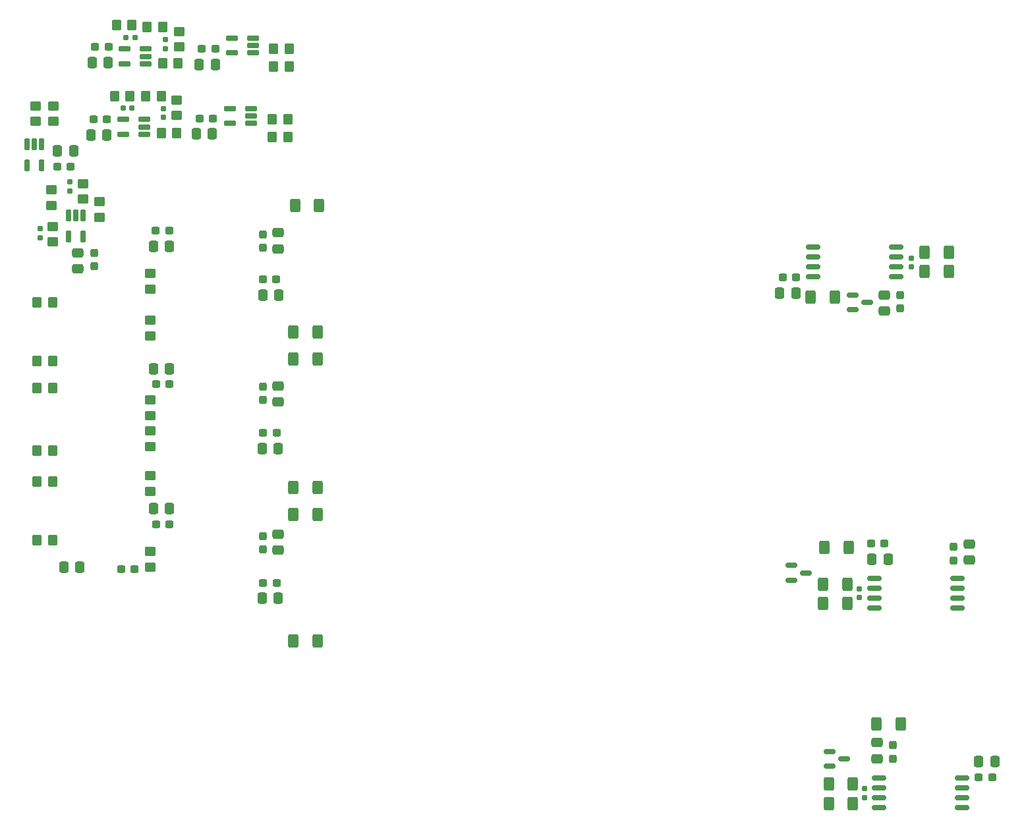
<source format=gbr>
%TF.GenerationSoftware,KiCad,Pcbnew,8.0.8*%
%TF.CreationDate,2025-03-02T15:20:04-08:00*%
%TF.ProjectId,motor_driver,6d6f746f-725f-4647-9269-7665722e6b69,rev?*%
%TF.SameCoordinates,Original*%
%TF.FileFunction,Paste,Top*%
%TF.FilePolarity,Positive*%
%FSLAX46Y46*%
G04 Gerber Fmt 4.6, Leading zero omitted, Abs format (unit mm)*
G04 Created by KiCad (PCBNEW 8.0.8) date 2025-03-02 15:20:04*
%MOMM*%
%LPD*%
G01*
G04 APERTURE LIST*
G04 Aperture macros list*
%AMRoundRect*
0 Rectangle with rounded corners*
0 $1 Rounding radius*
0 $2 $3 $4 $5 $6 $7 $8 $9 X,Y pos of 4 corners*
0 Add a 4 corners polygon primitive as box body*
4,1,4,$2,$3,$4,$5,$6,$7,$8,$9,$2,$3,0*
0 Add four circle primitives for the rounded corners*
1,1,$1+$1,$2,$3*
1,1,$1+$1,$4,$5*
1,1,$1+$1,$6,$7*
1,1,$1+$1,$8,$9*
0 Add four rect primitives between the rounded corners*
20,1,$1+$1,$2,$3,$4,$5,0*
20,1,$1+$1,$4,$5,$6,$7,0*
20,1,$1+$1,$6,$7,$8,$9,0*
20,1,$1+$1,$8,$9,$2,$3,0*%
G04 Aperture macros list end*
%ADD10RoundRect,0.250000X-0.400000X-0.625000X0.400000X-0.625000X0.400000X0.625000X-0.400000X0.625000X0*%
%ADD11RoundRect,0.250000X-0.337500X-0.475000X0.337500X-0.475000X0.337500X0.475000X-0.337500X0.475000X0*%
%ADD12RoundRect,0.237500X-0.300000X-0.237500X0.300000X-0.237500X0.300000X0.237500X-0.300000X0.237500X0*%
%ADD13RoundRect,0.250000X-0.450000X0.350000X-0.450000X-0.350000X0.450000X-0.350000X0.450000X0.350000X0*%
%ADD14RoundRect,0.162500X-0.162500X0.617500X-0.162500X-0.617500X0.162500X-0.617500X0.162500X0.617500X0*%
%ADD15RoundRect,0.250000X0.450000X-0.350000X0.450000X0.350000X-0.450000X0.350000X-0.450000X-0.350000X0*%
%ADD16RoundRect,0.155000X-0.155000X0.212500X-0.155000X-0.212500X0.155000X-0.212500X0.155000X0.212500X0*%
%ADD17RoundRect,0.162500X0.617500X0.162500X-0.617500X0.162500X-0.617500X-0.162500X0.617500X-0.162500X0*%
%ADD18RoundRect,0.250000X0.350000X0.450000X-0.350000X0.450000X-0.350000X-0.450000X0.350000X-0.450000X0*%
%ADD19RoundRect,0.237500X0.300000X0.237500X-0.300000X0.237500X-0.300000X-0.237500X0.300000X-0.237500X0*%
%ADD20RoundRect,0.250000X0.337500X0.475000X-0.337500X0.475000X-0.337500X-0.475000X0.337500X-0.475000X0*%
%ADD21RoundRect,0.250000X-0.475000X0.337500X-0.475000X-0.337500X0.475000X-0.337500X0.475000X0.337500X0*%
%ADD22RoundRect,0.150000X-0.587500X-0.150000X0.587500X-0.150000X0.587500X0.150000X-0.587500X0.150000X0*%
%ADD23RoundRect,0.237500X-0.237500X0.300000X-0.237500X-0.300000X0.237500X-0.300000X0.237500X0.300000X0*%
%ADD24RoundRect,0.250000X-0.350000X-0.450000X0.350000X-0.450000X0.350000X0.450000X-0.350000X0.450000X0*%
%ADD25RoundRect,0.250000X0.475000X-0.337500X0.475000X0.337500X-0.475000X0.337500X-0.475000X-0.337500X0*%
%ADD26RoundRect,0.155000X-0.212500X-0.155000X0.212500X-0.155000X0.212500X0.155000X-0.212500X0.155000X0*%
%ADD27RoundRect,0.250000X0.400000X0.625000X-0.400000X0.625000X-0.400000X-0.625000X0.400000X-0.625000X0*%
%ADD28RoundRect,0.237500X0.237500X-0.300000X0.237500X0.300000X-0.237500X0.300000X-0.237500X-0.300000X0*%
%ADD29RoundRect,0.150000X-0.750000X-0.150000X0.750000X-0.150000X0.750000X0.150000X-0.750000X0.150000X0*%
%ADD30RoundRect,0.155000X0.155000X-0.212500X0.155000X0.212500X-0.155000X0.212500X-0.155000X-0.212500X0*%
%ADD31RoundRect,0.150000X0.750000X0.150000X-0.750000X0.150000X-0.750000X-0.150000X0.750000X-0.150000X0*%
G04 APERTURE END LIST*
D10*
%TO.C,R21*%
X182000000Y-119115000D03*
X185100000Y-119115000D03*
%TD*%
D11*
%TO.C,C26*%
X109925000Y-99250000D03*
X112000000Y-99250000D03*
%TD*%
D12*
%TO.C,C28*%
X188125000Y-111480000D03*
X189850000Y-111480000D03*
%TD*%
D13*
%TO.C,R47*%
X80787500Y-55212500D03*
X80787500Y-57212500D03*
%TD*%
D14*
%TO.C,U19*%
X81587500Y-60112500D03*
X80637500Y-60112500D03*
X79687500Y-60112500D03*
X79687500Y-62812500D03*
X81587500Y-62812500D03*
%TD*%
D13*
%TO.C,R38*%
X82800000Y-66000000D03*
X82800000Y-68000000D03*
%TD*%
D10*
%TO.C,R46*%
X113900000Y-124000000D03*
X117000000Y-124000000D03*
%TD*%
D12*
%TO.C,C8*%
X110000000Y-77500000D03*
X111725000Y-77500000D03*
%TD*%
D15*
%TO.C,R48*%
X83087500Y-57212500D03*
X83087500Y-55212500D03*
%TD*%
D16*
%TO.C,C27*%
X186675000Y-117297500D03*
X186675000Y-118432500D03*
%TD*%
D17*
%TO.C,U12*%
X108750000Y-48400000D03*
X108750000Y-47450000D03*
X108750000Y-46500000D03*
X106050000Y-46500000D03*
X106050000Y-48400000D03*
%TD*%
D12*
%TO.C,C35*%
X202000000Y-141500000D03*
X203725000Y-141500000D03*
%TD*%
D18*
%TO.C,R1*%
X92950000Y-53950000D03*
X90950000Y-53950000D03*
%TD*%
D10*
%TO.C,R41*%
X113900000Y-107750000D03*
X117000000Y-107750000D03*
%TD*%
D13*
%TO.C,R33*%
X83000000Y-70700000D03*
X83000000Y-72700000D03*
%TD*%
D19*
%TO.C,C40*%
X98000000Y-109000000D03*
X96275000Y-109000000D03*
%TD*%
D20*
%TO.C,C7*%
X98000000Y-73250000D03*
X95925000Y-73250000D03*
%TD*%
D21*
%TO.C,C38*%
X86200000Y-74100000D03*
X86200000Y-76175000D03*
%TD*%
D22*
%TO.C,U10*%
X177875000Y-114280000D03*
X177875000Y-116180000D03*
X179750000Y-115230000D03*
%TD*%
D23*
%TO.C,C11*%
X191850000Y-79500000D03*
X191850000Y-81225000D03*
%TD*%
D24*
%TO.C,R45*%
X81000000Y-111000000D03*
X83000000Y-111000000D03*
%TD*%
D20*
%TO.C,C17*%
X103500000Y-58800000D03*
X101425000Y-58800000D03*
%TD*%
D25*
%TO.C,C19*%
X200750000Y-113575000D03*
X200750000Y-111500000D03*
%TD*%
D20*
%TO.C,C24*%
X98000000Y-89000000D03*
X95925000Y-89000000D03*
%TD*%
D11*
%TO.C,C43*%
X109925000Y-118500000D03*
X112000000Y-118500000D03*
%TD*%
D20*
%TO.C,C41*%
X98000000Y-107000000D03*
X95925000Y-107000000D03*
%TD*%
D13*
%TO.C,R39*%
X95500000Y-102750000D03*
X95500000Y-104750000D03*
%TD*%
D15*
%TO.C,R8*%
X95500000Y-84750000D03*
X95500000Y-82750000D03*
%TD*%
D24*
%TO.C,R10*%
X81000000Y-80500000D03*
X83000000Y-80500000D03*
%TD*%
D26*
%TO.C,C5*%
X92065000Y-55450000D03*
X93200000Y-55450000D03*
%TD*%
D11*
%TO.C,C53*%
X84425000Y-114500000D03*
X86500000Y-114500000D03*
%TD*%
D27*
%TO.C,R20*%
X185250000Y-111980000D03*
X182150000Y-111980000D03*
%TD*%
D11*
%TO.C,C36*%
X202000000Y-139500000D03*
X204075000Y-139500000D03*
%TD*%
D20*
%TO.C,C34*%
X103900000Y-49900000D03*
X101825000Y-49900000D03*
%TD*%
D18*
%TO.C,R17*%
X93200000Y-44850000D03*
X91200000Y-44850000D03*
%TD*%
D10*
%TO.C,R14*%
X113900000Y-84250000D03*
X117000000Y-84250000D03*
%TD*%
D18*
%TO.C,R19*%
X99100000Y-49750000D03*
X97100000Y-49750000D03*
%TD*%
D10*
%TO.C,R9*%
X114150000Y-68000000D03*
X117250000Y-68000000D03*
%TD*%
D15*
%TO.C,R11*%
X98950000Y-56450000D03*
X98950000Y-54450000D03*
%TD*%
D17*
%TO.C,U6*%
X108450000Y-57450000D03*
X108450000Y-56500000D03*
X108450000Y-55550000D03*
X105750000Y-55550000D03*
X105750000Y-57450000D03*
%TD*%
D21*
%TO.C,C31*%
X112000000Y-91175000D03*
X112000000Y-93250000D03*
%TD*%
D13*
%TO.C,R23*%
X95500000Y-93000000D03*
X95500000Y-95000000D03*
%TD*%
D26*
%TO.C,C22*%
X92432500Y-46450000D03*
X93567500Y-46450000D03*
%TD*%
D19*
%TO.C,C20*%
X90162500Y-47650000D03*
X88437500Y-47650000D03*
%TD*%
D25*
%TO.C,C46*%
X188925000Y-139115000D03*
X188925000Y-137040000D03*
%TD*%
D16*
%TO.C,C44*%
X187325000Y-142980000D03*
X187325000Y-144115000D03*
%TD*%
D12*
%TO.C,C42*%
X110025000Y-116500000D03*
X111750000Y-116500000D03*
%TD*%
D21*
%TO.C,C48*%
X112000000Y-110250000D03*
X112000000Y-112325000D03*
%TD*%
D24*
%TO.C,R42*%
X81000000Y-103500000D03*
X83000000Y-103500000D03*
%TD*%
D19*
%TO.C,C3*%
X89950000Y-56950000D03*
X88225000Y-56950000D03*
%TD*%
D12*
%TO.C,C50*%
X83562500Y-63012500D03*
X85287500Y-63012500D03*
%TD*%
D20*
%TO.C,C4*%
X89950000Y-58950000D03*
X87875000Y-58950000D03*
%TD*%
D28*
%TO.C,C18*%
X198750000Y-113612500D03*
X198750000Y-111887500D03*
%TD*%
D22*
%TO.C,U16*%
X182800000Y-138165000D03*
X182800000Y-140065000D03*
X184675000Y-139115000D03*
%TD*%
D27*
%TO.C,R5*%
X198150000Y-74000000D03*
X195050000Y-74000000D03*
%TD*%
D17*
%TO.C,U8*%
X94900000Y-49800000D03*
X94900000Y-48850000D03*
X94900000Y-47900000D03*
X92200000Y-47900000D03*
X92200000Y-49800000D03*
%TD*%
D29*
%TO.C,U13*%
X189175000Y-141595000D03*
X189175000Y-142865000D03*
X189175000Y-144135000D03*
X189175000Y-145405000D03*
X199825000Y-145405000D03*
X199825000Y-144135000D03*
X199825000Y-142865000D03*
X199825000Y-141595000D03*
%TD*%
D14*
%TO.C,U14*%
X86900000Y-69300000D03*
X85950000Y-69300000D03*
X85000000Y-69300000D03*
X85000000Y-72000000D03*
X86900000Y-72000000D03*
%TD*%
D30*
%TO.C,C10*%
X193300000Y-75885000D03*
X193300000Y-74750000D03*
%TD*%
D18*
%TO.C,R31*%
X113400000Y-47900000D03*
X111400000Y-47900000D03*
%TD*%
D24*
%TO.C,R26*%
X81000000Y-91500000D03*
X83000000Y-91500000D03*
%TD*%
D19*
%TO.C,C6*%
X97975000Y-71250000D03*
X96250000Y-71250000D03*
%TD*%
D15*
%TO.C,R24*%
X95500000Y-99000000D03*
X95500000Y-97000000D03*
%TD*%
D10*
%TO.C,R25*%
X113900000Y-87750000D03*
X117000000Y-87750000D03*
%TD*%
D11*
%TO.C,C51*%
X83612500Y-61012500D03*
X85687500Y-61012500D03*
%TD*%
D13*
%TO.C,R7*%
X95500000Y-76750000D03*
X95500000Y-78750000D03*
%TD*%
D21*
%TO.C,C14*%
X112000000Y-71500000D03*
X112000000Y-73575000D03*
%TD*%
D15*
%TO.C,R40*%
X95500000Y-114500000D03*
X95500000Y-112500000D03*
%TD*%
D30*
%TO.C,C39*%
X81400000Y-72135000D03*
X81400000Y-71000000D03*
%TD*%
D18*
%TO.C,R6*%
X96950000Y-53950000D03*
X94950000Y-53950000D03*
%TD*%
D11*
%TO.C,C29*%
X188275000Y-113480000D03*
X190350000Y-113480000D03*
%TD*%
D27*
%TO.C,R2*%
X198150000Y-76500000D03*
X195050000Y-76500000D03*
%TD*%
D15*
%TO.C,R43*%
X86900000Y-67200000D03*
X86900000Y-65200000D03*
%TD*%
D21*
%TO.C,C12*%
X189850000Y-79500000D03*
X189850000Y-81575000D03*
%TD*%
D20*
%TO.C,C21*%
X90150000Y-49650000D03*
X88075000Y-49650000D03*
%TD*%
%TO.C,C2*%
X178500000Y-79250000D03*
X176425000Y-79250000D03*
%TD*%
D13*
%TO.C,R35*%
X89000000Y-67500000D03*
X89000000Y-69500000D03*
%TD*%
D10*
%TO.C,R34*%
X182725000Y-142365000D03*
X185825000Y-142365000D03*
%TD*%
%TO.C,R30*%
X113900000Y-104250000D03*
X117000000Y-104250000D03*
%TD*%
D19*
%TO.C,C16*%
X103612500Y-56800000D03*
X101887500Y-56800000D03*
%TD*%
D23*
%TO.C,C47*%
X110000000Y-110500000D03*
X110000000Y-112225000D03*
%TD*%
D24*
%TO.C,R29*%
X81000000Y-99500000D03*
X83000000Y-99500000D03*
%TD*%
D30*
%TO.C,C32*%
X97500000Y-47850000D03*
X97500000Y-46715000D03*
%TD*%
D18*
%TO.C,R15*%
X113200000Y-56950000D03*
X111200000Y-56950000D03*
%TD*%
D23*
%TO.C,C30*%
X110000000Y-91275000D03*
X110000000Y-93000000D03*
%TD*%
D15*
%TO.C,R27*%
X99300000Y-47650000D03*
X99300000Y-45650000D03*
%TD*%
D19*
%TO.C,C1*%
X178525000Y-77250000D03*
X176800000Y-77250000D03*
%TD*%
D27*
%TO.C,R4*%
X183500000Y-79800000D03*
X180400000Y-79800000D03*
%TD*%
D31*
%TO.C,U2*%
X191375000Y-77155000D03*
X191375000Y-75885000D03*
X191375000Y-74615000D03*
X191375000Y-73345000D03*
X180725000Y-73345000D03*
X180725000Y-74615000D03*
X180725000Y-75885000D03*
X180725000Y-77155000D03*
%TD*%
D10*
%TO.C,R37*%
X182725000Y-144865000D03*
X185825000Y-144865000D03*
%TD*%
%TO.C,R36*%
X188875000Y-134615000D03*
X191975000Y-134615000D03*
%TD*%
D18*
%TO.C,R3*%
X98950000Y-58700000D03*
X96950000Y-58700000D03*
%TD*%
D19*
%TO.C,C33*%
X103900000Y-47900000D03*
X102175000Y-47900000D03*
%TD*%
D30*
%TO.C,C15*%
X97200000Y-56700000D03*
X97200000Y-55565000D03*
%TD*%
D22*
%TO.C,U17*%
X185762500Y-79500000D03*
X185762500Y-81400000D03*
X187637500Y-80450000D03*
%TD*%
D10*
%TO.C,R18*%
X182000000Y-116730000D03*
X185100000Y-116730000D03*
%TD*%
D28*
%TO.C,C45*%
X190925000Y-139115000D03*
X190925000Y-137390000D03*
%TD*%
D17*
%TO.C,U3*%
X94800000Y-58850000D03*
X94800000Y-57900000D03*
X94800000Y-56950000D03*
X92100000Y-56950000D03*
X92100000Y-58850000D03*
%TD*%
D23*
%TO.C,C13*%
X110000000Y-71750000D03*
X110000000Y-73475000D03*
%TD*%
D19*
%TO.C,C52*%
X93500000Y-114750000D03*
X91775000Y-114750000D03*
%TD*%
D23*
%TO.C,C37*%
X88300000Y-74100000D03*
X88300000Y-75825000D03*
%TD*%
D29*
%TO.C,U7*%
X188600000Y-115960000D03*
X188600000Y-117230000D03*
X188600000Y-118500000D03*
X188600000Y-119770000D03*
X199250000Y-119770000D03*
X199250000Y-118500000D03*
X199250000Y-117230000D03*
X199250000Y-115960000D03*
%TD*%
D30*
%TO.C,C49*%
X85200000Y-66135000D03*
X85200000Y-65000000D03*
%TD*%
D19*
%TO.C,C23*%
X98000000Y-91000000D03*
X96275000Y-91000000D03*
%TD*%
D24*
%TO.C,R32*%
X111400000Y-50150000D03*
X113400000Y-50150000D03*
%TD*%
D11*
%TO.C,C9*%
X110000000Y-79500000D03*
X112075000Y-79500000D03*
%TD*%
D24*
%TO.C,R16*%
X111200000Y-59200000D03*
X113200000Y-59200000D03*
%TD*%
D12*
%TO.C,C25*%
X110025000Y-97250000D03*
X111750000Y-97250000D03*
%TD*%
D24*
%TO.C,R13*%
X81000000Y-88000000D03*
X83000000Y-88000000D03*
%TD*%
D18*
%TO.C,R22*%
X97100000Y-45050000D03*
X95100000Y-45050000D03*
%TD*%
M02*

</source>
